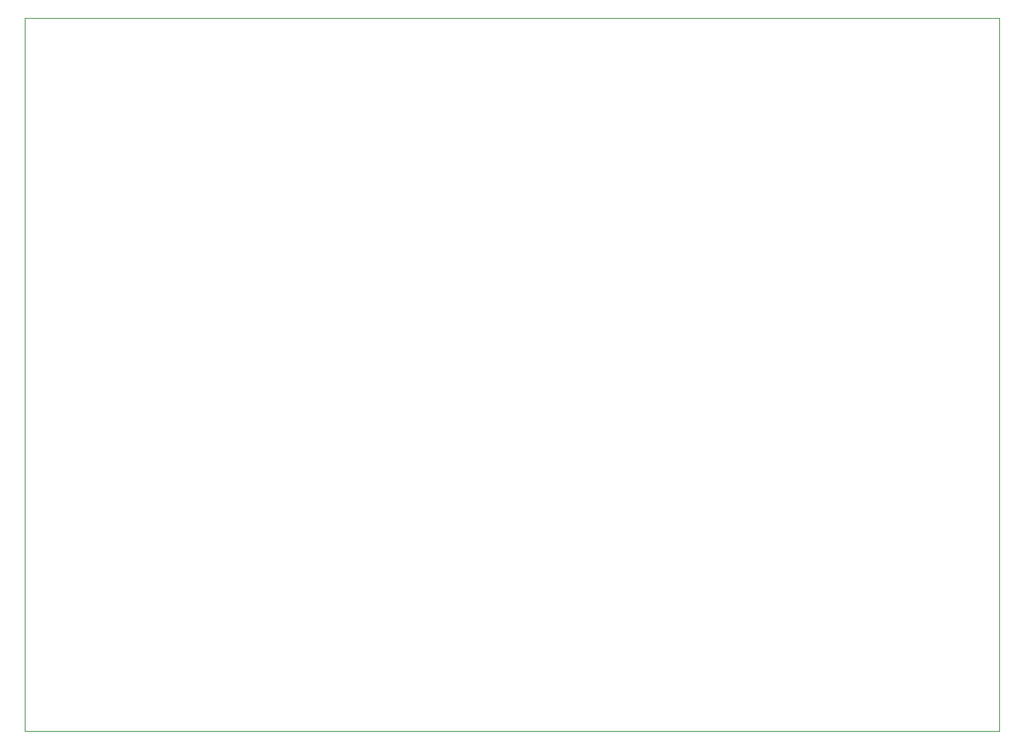
<source format=gbr>
G04 #@! TF.GenerationSoftware,KiCad,Pcbnew,5.0.2+dfsg1-1*
G04 #@! TF.CreationDate,2019-02-11T17:55:52+01:00*
G04 #@! TF.ProjectId,yaacwk,79616163-776b-42e6-9b69-6361645f7063,1.2*
G04 #@! TF.SameCoordinates,Original*
G04 #@! TF.FileFunction,Profile,NP*
%FSLAX46Y46*%
G04 Gerber Fmt 4.6, Leading zero omitted, Abs format (unit mm)*
G04 Created by KiCad (PCBNEW 5.0.2+dfsg1-1) date lun 11 feb 2019 17:55:52 CET*
%MOMM*%
%LPD*%
G01*
G04 APERTURE LIST*
%ADD10C,0.100000*%
G04 APERTURE END LIST*
D10*
X210000000Y-58350000D02*
X210000000Y-55950000D01*
X100000000Y-58350000D02*
X100000000Y-55950000D01*
X100000000Y-55936000D02*
X210000000Y-55936000D01*
X100000000Y-136386000D02*
X100000000Y-133386000D01*
X210000000Y-136386000D02*
X210000000Y-133386000D01*
X100000000Y-133386000D02*
X100000000Y-58386000D01*
X210000000Y-136386000D02*
X100000000Y-136386000D01*
X210000000Y-58386000D02*
X210000000Y-133386000D01*
M02*

</source>
